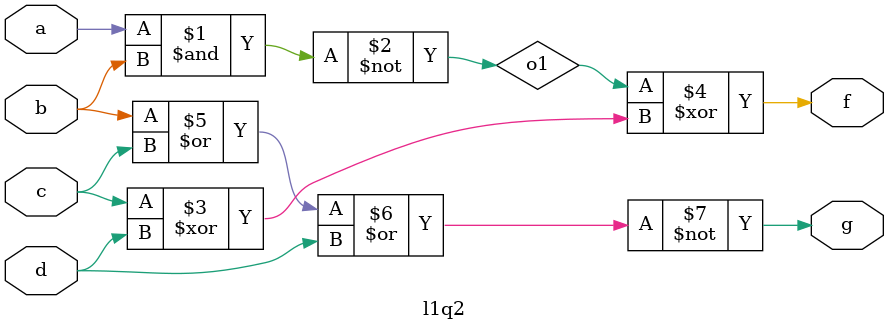
<source format=v>
module l1q2(a,b,c,d,f,g);
  input a,b,c,d;
  output f,g;
  wire o1;
 
  assign o1=~(a&b);
  assign f=(o1^(c^d));
  assign g=~(b|c|d);
endmodule


</source>
